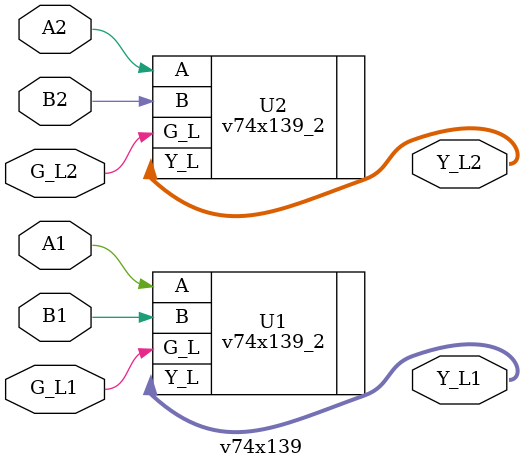
<source format=v>
`timescale 1ns / 1ps
module v74x139(
		 input G_L1,
		 input G_L2,
		 input A1,
		 input A2,
		 input B1,
		 input B2,
		 output [3:0] Y_L1,
		 output [3:0] Y_L2
    );
	 
	 v74x139_2 U1(.G_L(G_L1), .A(A1), .B(B1), .Y_L(Y_L1));
	 v74x139_2 U2(.G_L(G_L2), .A(A2), .B(B2), .Y_L(Y_L2));

endmodule

</source>
